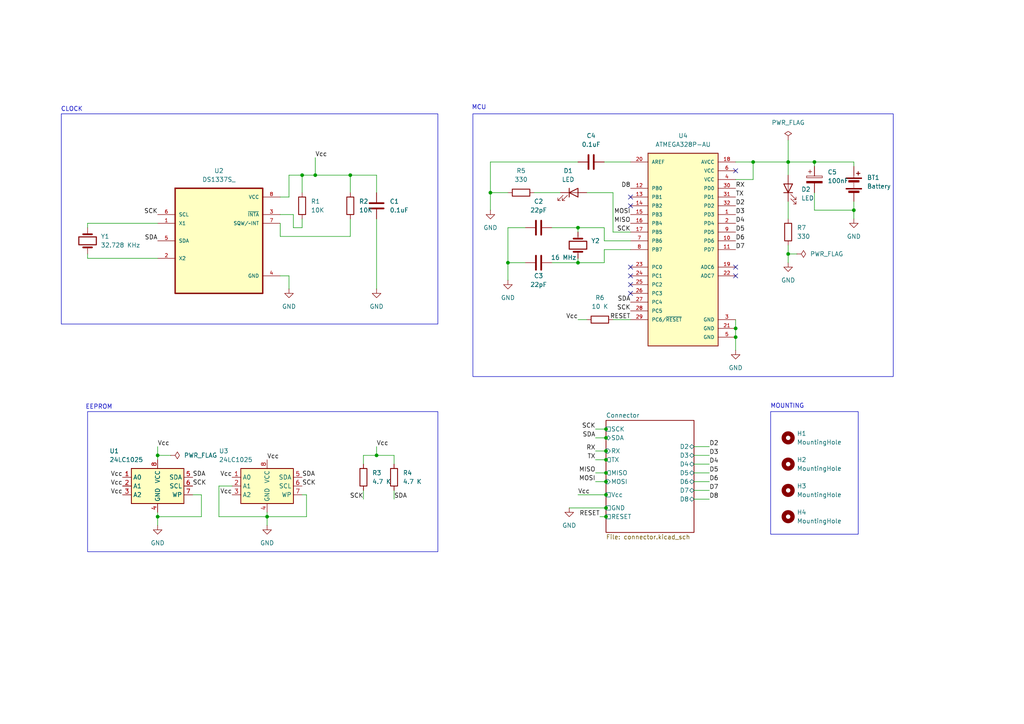
<source format=kicad_sch>
(kicad_sch (version 20250114) (generator "eeschema") (generator_version "9.0")
  (paper "A4")
  (title_block (title "${project_name}") (date "2025-04-24") (rev "0.0.3a") (company "Gobal Krishnan V"))
  (lib_symbols
    (symbol "ATMEGA328P-AU:ATMEGA328P-AU" (pin_names (offset 1.016))
      (property "Reference" "U4" (at 0 33.02 0))
      (property "Value" "ATMEGA328P-AU" (at 0 30.48 0))
      (symbol "ATMEGA328P-AU_0_0"
        (rectangle (start -10.16 -27.94) (end 10.16 27.94) (stroke (width 0.254)) (fill (type background)))
        (pin input line (at -15.24 25.4 0) (length 5.08) (name "AREF") (number "20"))
        (pin bidirectional line (at -15.24 17.78 0) (length 5.08) (name "PB0") (number "12"))
        (pin bidirectional line (at -15.24 15.24 0) (length 5.08) (name "PB1") (number "13"))
        (pin bidirectional line (at -15.24 12.7 0) (length 5.08) (name "PB2") (number "14"))
        (pin bidirectional line (at -15.24 10.16 0) (length 5.08) (name "PB3") (number "15"))
        (pin bidirectional line (at -15.24 7.62 0) (length 5.08) (name "PB4") (number "16"))
        (pin bidirectional line (at -15.24 5.08 0) (length 5.08) (name "PB5") (number "17"))
        (pin bidirectional line (at -15.24 2.54 0) (length 5.08) (name "PB6") (number "7"))
        (pin bidirectional line (at -15.24 0 0) (length 5.08) (name "PB7") (number "8"))
        (pin bidirectional line (at -15.24 -5.08 0) (length 5.08) (name "PC0") (number "23"))
        (pin bidirectional line (at -15.24 -7.62 0) (length 5.08) (name "PC1") (number "24"))
        (pin bidirectional line (at -15.24 -10.16 0) (length 5.08) (name "PC2") (number "25"))
        (pin bidirectional line (at -15.24 -12.7 0) (length 5.08) (name "PC3") (number "26"))
        (pin bidirectional line (at -15.24 -15.24 0) (length 5.08) (name "PC4") (number "27"))
        (pin bidirectional line (at -15.24 -17.78 0) (length 5.08) (name "PC5") (number "28"))
        (pin bidirectional line (at -15.24 -20.32 0) (length 5.08) (name "PC6/~{RESET}") (number "29"))
        (pin power_in line (at 15.24 25.4 180) (length 5.08) (name "AVCC") (number "18"))
        (pin power_in line (at 15.24 22.86 180) (length 5.08) (name "VCC") (number "6"))
        (pin power_in line (at 15.24 20.32 180) (length 5.08) (name "VCC") (number "4"))
        (pin bidirectional line (at 15.24 17.78 180) (length 5.08) (name "PD0") (number "30"))
        (pin bidirectional line (at 15.24 15.24 180) (length 5.08) (name "PD1") (number "31"))
        (pin bidirectional line (at 15.24 12.7 180) (length 5.08) (name "PD2") (number "32"))
        (pin bidirectional line (at 15.24 10.16 180) (length 5.08) (name "PD3") (number "1"))
        (pin bidirectional line (at 15.24 7.62 180) (length 5.08) (name "PD4") (number "2"))
        (pin bidirectional line (at 15.24 5.08 180) (length 5.08) (name "PD5") (number "9"))
        (pin bidirectional line (at 15.24 2.54 180) (length 5.08) (name "PD6") (number "10"))
        (pin bidirectional line (at 15.24 0 180) (length 5.08) (name "PD7") (number "11"))
        (pin bidirectional line (at 15.24 -5.08 180) (length 5.08) (name "ADC6") (number "19"))
        (pin bidirectional line (at 15.24 -7.62 180) (length 5.08) (name "ADC7") (number "22"))
        (pin power_in line (at 15.24 -20.32 180) (length 5.08) (name "GND") (number "3"))
        (pin power_in line (at 15.24 -22.86 180) (length 5.08) (name "GND") (number "21"))
        (pin power_in line (at 15.24 -25.4 180) (length 5.08) (name "GND") (number "5"))
      )
    )
    (symbol "DS1337S_:DS1337S_" (pin_names (offset 1.016))
      (property "Reference" "U" (at -12.7 16.24 0))
      (property "Value" "DS1337S_" (at -12.7 -19.24 0))
      (symbol "DS1337S__0_0"
        (rectangle (start -12.7 -15.24) (end 12.7 15.24) (stroke (width 0.41)) (fill (type background)))
        (pin input line (at -17.78 7.62 0) (length 5.08) (name "SCL") (number "6"))
        (pin input line (at -17.78 5.08 0) (length 5.08) (name "X1") (number "1"))
        (pin bidirectional line (at -17.78 0 0) (length 5.08) (name "SDA") (number "5"))
        (pin bidirectional line (at -17.78 -5.08 0) (length 5.08) (name "X2") (number "2"))
        (pin power_in line (at 17.78 12.7 180) (length 5.08) (name "VCC") (number "8"))
        (pin output line (at 17.78 7.62 180) (length 5.08) (name "~{INTA}") (number "3"))
        (pin output line (at 17.78 5.08 180) (length 5.08) (name "SQW/~INT") (number "7"))
        (pin power_in line (at 17.78 -10.16 180) (length 5.08) (name "GND") (number "4"))
      )
    )
    (symbol "Device:Battery" (pin_numbers (hide yes)) (pin_names (offset 0) (hide yes))
      (property "Reference" "BT" (at 2.54 2.54 0))
      (property "Value" "Battery" (at 2.54 0 0))
      (symbol "Battery_0_1"
        (rectangle (start -2.286 1.778) (end 2.286 1.524) (fill (type outline)))
        (rectangle (start -2.286 -1.27) (end 2.286 -1.524) (fill (type outline)))
        (rectangle (start -1.524 1.016) (end 1.524 0.508) (fill (type outline)))
        (rectangle (start -1.524 -2.032) (end 1.524 -2.54) (fill (type outline)))
        (polyline (pts (xy 0 1.778) (xy 0 2.54)))
        (polyline (pts (xy 0 0) (xy 0 0.254)))
        (polyline (pts (xy 0 -0.508) (xy 0 -0.254)))
        (polyline (pts (xy 0 -1.016) (xy 0 -0.762)))
        (polyline (pts (xy 0.762 3.048) (xy 1.778 3.048)) (stroke (width 0.254)))
        (polyline (pts (xy 1.27 3.556) (xy 1.27 2.54)) (stroke (width 0.254)))
      )
      (symbol "Battery_1_1"
        (pin passive line (at 0 5.08 270) (length 2.54) (name "+") (number "1"))
        (pin passive line (at 0 -5.08 90) (length 2.54) (name "-") (number "2"))
      )
    )
    (symbol "Device:C" (pin_numbers (hide yes)) (pin_names (offset 0.254))
      (property "Reference" "C" (at 0.635 2.54 0))
      (property "Value" "C" (at 0.635 -2.54 0))
      (symbol "C_0_1"
        (polyline (pts (xy -2.032 0.762) (xy 2.032 0.762)) (stroke (width 0.508)))
        (polyline (pts (xy -2.032 -0.762) (xy 2.032 -0.762)) (stroke (width 0.508)))
      )
      (symbol "C_1_1"
        (pin passive line (at 0 3.81 270) (length 2.794) (name "~") (number "1"))
        (pin passive line (at 0 -3.81 90) (length 2.794) (name "~") (number "2"))
      )
    )
    (symbol "Device:C_Polarized" (pin_numbers (hide yes)) (pin_names (offset 0.254))
      (property "Reference" "C" (at 0.635 2.54 0))
      (property "Value" "C_Polarized" (at 0.635 -2.54 0))
      (symbol "C_Polarized_0_1"
        (rectangle (start -2.286 0.508) (end 2.286 1.016))
        (polyline (pts (xy -1.778 2.286) (xy -0.762 2.286)))
        (polyline (pts (xy -1.27 2.794) (xy -1.27 1.778)))
        (rectangle (start 2.286 -0.508) (end -2.286 -1.016) (fill (type outline)))
      )
      (symbol "C_Polarized_1_1"
        (pin passive line (at 0 3.81 270) (length 2.794) (name "~") (number "1"))
        (pin passive line (at 0 -3.81 90) (length 2.794) (name "~") (number "2"))
      )
    )
    (symbol "Device:Crystal" (pin_numbers (hide yes)) (pin_names (offset 1.016) (hide yes))
      (property "Reference" "Y" (at 0 3.81 0))
      (property "Value" "Crystal" (at 0 -3.81 0))
      (symbol "Crystal_0_1"
        (polyline (pts (xy -2.54 0) (xy -1.905 0)))
        (polyline (pts (xy -1.905 -1.27) (xy -1.905 1.27)) (stroke (width 0.508)))
        (rectangle (start -1.143 2.54) (end 1.143 -2.54) (stroke (width 0.3048)))
        (polyline (pts (xy 1.905 -1.27) (xy 1.905 1.27)) (stroke (width 0.508)))
        (polyline (pts (xy 2.54 0) (xy 1.905 0)))
      )
      (symbol "Crystal_1_1"
        (pin passive line (at -3.81 0 0) (length 1.27) (name "1") (number "1"))
        (pin passive line (at 3.81 0 180) (length 1.27) (name "2") (number "2"))
      )
    )
    (symbol "Device:LED" (pin_numbers (hide yes)) (pin_names (offset 1.016) (hide yes))
      (property "Reference" "D" (at 0 2.54 0))
      (property "Value" "LED" (at 0 -2.54 0))
      (symbol "LED_0_1"
        (polyline (pts (xy -3.048 -0.762) (xy -4.572 -2.286) (xy -3.81 -2.286) (xy -4.572 -2.286) (xy -4.572 -1.524)))
        (polyline (pts (xy -1.778 -0.762) (xy -3.302 -2.286) (xy -2.54 -2.286) (xy -3.302 -2.286) (xy -3.302 -1.524)))
        (polyline (pts (xy -1.27 0) (xy 1.27 0)))
        (polyline (pts (xy -1.27 -1.27) (xy -1.27 1.27)) (stroke (width 0.254)))
        (polyline (pts (xy 1.27 -1.27) (xy 1.27 1.27) (xy -1.27 0) (xy 1.27 -1.27)) (stroke (width 0.254)))
      )
      (symbol "LED_1_1"
        (pin passive line (at -3.81 0 0) (length 2.54) (name "K") (number "1"))
        (pin passive line (at 3.81 0 180) (length 2.54) (name "A") (number "2"))
      )
    )
    (symbol "Device:R" (pin_numbers (hide yes)) (pin_names (offset 0))
      (property "Reference" "R" (at 2.032 0 90))
      (property "Value" "R" (at 0 0 90))
      (symbol "R_0_1"
        (rectangle (start -1.016 -2.54) (end 1.016 2.54) (stroke (width 0.254)))
      )
      (symbol "R_1_1"
        (pin passive line (at 0 3.81 270) (length 1.27) (name "~") (number "1"))
        (pin passive line (at 0 -3.81 90) (length 1.27) (name "~") (number "2"))
      )
    )
    (symbol "Mechanical:MountingHole" (pin_names (offset 1.016)) (in_bom no)
      (property "Reference" "H" (at 0 5.08 0))
      (property "Value" "MountingHole" (at 0 3.175 0))
      (symbol "MountingHole_0_1"
        (circle (center 0 0) (radius 1.27) (stroke (width 1.27)))
      )
    )
    (symbol "Memory_EEPROM:24LC1025"
      (property "Reference" "U" (at -6.35 6.35 0))
      (property "Value" "24LC1025" (at 1.27 6.35 0))
      (symbol "24LC1025_1_1"
        (rectangle (start -7.62 5.08) (end 7.62 -5.08) (stroke (width 0.254)) (fill (type background)))
        (pin input line (at -10.16 2.54 0) (length 2.54) (name "A0") (number "1"))
        (pin input line (at -10.16 0 0) (length 2.54) (name "A1") (number "2"))
        (pin input line (at -10.16 -2.54 0) (length 2.54) (name "A2") (number "3"))
        (pin power_in line (at 0 7.62 270) (length 2.54) (name "VCC") (number "8"))
        (pin power_in line (at 0 -7.62 90) (length 2.54) (name "GND") (number "4"))
        (pin bidirectional line (at 10.16 2.54 180) (length 2.54) (name "SDA") (number "5"))
        (pin input line (at 10.16 0 180) (length 2.54) (name "SCL") (number "6"))
        (pin input line (at 10.16 -2.54 180) (length 2.54) (name "WP") (number "7"))
      )
    )
    (symbol "power:GND" (power) (pin_numbers (hide yes)) (pin_names (offset 0) (hide yes))
      (property "Value" "GND" (at 0 -3.81 0))
      (symbol "GND_0_1"
        (polyline (pts (xy 0 0) (xy 0 -1.27) (xy 1.27 -1.27) (xy 0 -2.54) (xy -1.27 -1.27) (xy 0 -1.27)))
      )
      (symbol "GND_1_1"
        (pin power_in line (at 0 0 270) (length 0) (name "~") (number "1"))
      )
    )
    (symbol "power:PWR_FLAG" (power) (pin_numbers (hide yes)) (pin_names (offset 0) (hide yes))
      (property "Value" "PWR_FLAG" (at 0 3.81 0))
      (symbol "PWR_FLAG_0_0"
        (pin power_out line (at 0 0 90) (length 0) (name "~") (number "1"))
      )
      (symbol "PWR_FLAG_0_1"
        (polyline (pts (xy 0 0) (xy 0 1.27) (xy -1.016 1.905) (xy 0 2.54) (xy 1.016 1.905) (xy 0 1.27)))
      )
    )
  )
  (rectangle (start 223.52 119.38) (end 248.92 154.94))
  (rectangle (start 25.4 119.38) (end 127 160.02))
  (rectangle (start 17.78 33.02) (end 127 93.98))
  (rectangle (start 137.16 33.02) (end 259.08 109.22))
  (text "EEPROM" (at 28.702 118.11 0) (effects (font (size 1.27 1.27))))
  (text "MOUNTING" (at 228.346 117.856 0) (effects (font (size 1.27 1.27))))
  (text "CLOCK" (at 20.828 31.75 0) (effects (font (size 1.27 1.27))))
  (text "MCU" (at 138.938 31.242 0) (effects (font (size 1.27 1.27))))
  (junction (at 236.22 46.99))
  (junction (at 175.768 137.16))
  (junction (at 167.64 66.04))
  (junction (at 101.6 50.8))
  (junction (at 147.32 76.2))
  (junction (at 91.44 50.8))
  (junction (at 175.768 124.46))
  (junction (at 218.44 46.99))
  (junction (at 45.72 149.86))
  (junction (at 175.768 127))
  (junction (at 247.65 60.96))
  (junction (at 175.768 143.51))
  (junction (at 213.36 97.79))
  (junction (at 175.768 133.35))
  (junction (at 175.768 147.32))
  (junction (at 142.24 55.88))
  (junction (at 167.64 76.2))
  (junction (at 175.768 149.86))
  (junction (at 213.36 95.25))
  (junction (at 175.768 139.7))
  (junction (at 228.6 46.99))
  (junction (at 87.63 50.8))
  (junction (at 175.768 130.81))
  (junction (at 109.22 132.08))
  (junction (at 228.6 73.66))
  (junction (at 45.72 132.08))
  (junction (at 77.47 149.86))
  (no_connect (at 182.88 59.69))
  (no_connect (at 182.88 80.01))
  (no_connect (at 213.36 77.47))
  (no_connect (at 182.88 77.47))
  (no_connect (at 182.88 85.09))
  (no_connect (at 213.36 49.53))
  (no_connect (at 213.36 80.01))
  (no_connect (at 182.88 57.15))
  (no_connect (at 182.88 82.55))
  (wire (pts (xy 58.42 149.86) (xy 45.72 149.86)))
  (wire (pts (xy 162.56 55.88) (xy 154.94 55.88)))
  (wire (pts (xy 175.768 127) (xy 172.72 127)))
  (wire (pts (xy 228.6 50.8) (xy 228.6 46.99)))
  (wire (pts (xy 87.63 143.51) (xy 88.9 143.51)))
  (wire (pts (xy 160.02 66.04) (xy 167.64 66.04)))
  (wire (pts (xy 105.41 134.62) (xy 105.41 132.08)))
  (wire (pts (xy 236.22 48.26) (xy 236.22 46.99)))
  (wire (pts (xy 236.22 55.88) (xy 236.22 60.96)))
  (wire (pts (xy 228.6 46.99) (xy 236.22 46.99)))
  (wire (pts (xy 236.22 46.99) (xy 247.65 46.99)))
  (wire (pts (xy 236.22 60.96) (xy 247.65 60.96)))
  (wire (pts (xy 105.41 142.24) (xy 105.41 144.78)))
  (wire (pts (xy 175.768 137.16) (xy 172.72 137.16)))
  (wire (pts (xy 218.44 52.07) (xy 218.44 46.99)))
  (wire (pts (xy 49.53 132.08) (xy 45.72 132.08)))
  (wire (pts (xy 77.47 149.86) (xy 77.47 152.4)))
  (wire (pts (xy 167.64 66.04) (xy 175.26 66.04)))
  (wire (pts (xy 45.72 149.86) (xy 45.72 152.4)))
  (wire (pts (xy 247.65 58.42) (xy 247.65 60.96)))
  (wire (pts (xy 91.44 50.8) (xy 101.6 50.8)))
  (wire (pts (xy 45.72 132.08) (xy 45.72 129.54)))
  (wire (pts (xy 109.22 129.54) (xy 109.22 132.08)))
  (wire (pts (xy 177.8 92.71) (xy 182.88 92.71)))
  (wire (pts (xy 182.88 67.31) (xy 177.8 67.31)))
  (wire (pts (xy 213.36 97.79) (xy 213.36 95.25)))
  (wire (pts (xy 167.64 67.31) (xy 167.64 66.04)))
  (wire (pts (xy 147.32 81.28) (xy 147.32 76.2)))
  (wire (pts (xy 247.65 60.96) (xy 247.65 63.5)))
  (wire (pts (xy 213.36 101.6) (xy 213.36 97.79)))
  (wire (pts (xy 101.6 68.58) (xy 101.6 63.5)))
  (wire (pts (xy 109.22 50.8) (xy 109.22 55.88)))
  (wire (pts (xy 114.3 142.24) (xy 114.3 144.78)))
  (wire (pts (xy 175.768 130.81) (xy 172.72 130.81)))
  (wire (pts (xy 167.64 92.71) (xy 170.18 92.71)))
  (wire (pts (xy 175.895 139.7) (xy 175.768 139.7)))
  (wire (pts (xy 175.895 149.86) (xy 175.768 149.86)))
  (wire (pts (xy 175.895 143.51) (xy 175.768 143.51)))
  (wire (pts (xy 228.6 76.2) (xy 228.6 73.66)))
  (wire (pts (xy 201.295 142.24) (xy 205.74 142.24)))
  (wire (pts (xy 167.64 46.99) (xy 142.24 46.99)))
  (wire (pts (xy 81.28 80.01) (xy 83.82 80.01)))
  (wire (pts (xy 175.768 147.32) (xy 165.1 147.32)))
  (wire (pts (xy 81.28 57.15) (xy 83.82 57.15)))
  (wire (pts (xy 83.82 57.15) (xy 83.82 50.8)))
  (wire (pts (xy 167.64 76.2) (xy 175.26 76.2)))
  (wire (pts (xy 228.6 40.64) (xy 228.6 46.99)))
  (wire (pts (xy 175.768 139.7) (xy 172.72 139.7)))
  (wire (pts (xy 201.295 134.62) (xy 205.74 134.62)))
  (wire (pts (xy 247.65 46.99) (xy 247.65 48.26)))
  (wire (pts (xy 175.895 137.16) (xy 175.768 137.16)))
  (wire (pts (xy 213.36 46.99) (xy 218.44 46.99)))
  (wire (pts (xy 25.4 64.77) (xy 25.4 66.04)))
  (wire (pts (xy 83.82 80.01) (xy 83.82 83.82)))
  (wire (pts (xy 63.5 140.97) (xy 63.5 149.86)))
  (wire (pts (xy 45.72 74.93) (xy 25.4 74.93)))
  (wire (pts (xy 175.768 149.86) (xy 173.99 149.86)))
  (wire (pts (xy 45.72 148.59) (xy 45.72 149.86)))
  (wire (pts (xy 87.63 55.88) (xy 87.63 50.8)))
  (wire (pts (xy 201.295 139.7) (xy 205.74 139.7)))
  (wire (pts (xy 55.88 143.51) (xy 58.42 143.51)))
  (wire (pts (xy 85.09 66.04) (xy 87.63 66.04)))
  (wire (pts (xy 213.36 52.07) (xy 218.44 52.07)))
  (wire (pts (xy 175.768 124.46) (xy 172.72 124.46)))
  (wire (pts (xy 81.28 68.58) (xy 101.6 68.58)))
  (wire (pts (xy 201.295 132.08) (xy 205.74 132.08)))
  (wire (pts (xy 228.6 73.66) (xy 228.6 71.12)))
  (wire (pts (xy 175.768 143.51) (xy 167.64 143.51)))
  (wire (pts (xy 142.24 55.88) (xy 142.24 60.96)))
  (wire (pts (xy 177.8 55.88) (xy 170.18 55.88)))
  (wire (pts (xy 101.6 50.8) (xy 109.22 50.8)))
  (wire (pts (xy 25.4 74.93) (xy 25.4 73.66)))
  (wire (pts (xy 175.26 69.85) (xy 182.88 69.85)))
  (wire (pts (xy 67.31 140.97) (xy 63.5 140.97)))
  (wire (pts (xy 81.28 64.77) (xy 81.28 68.58)))
  (wire (pts (xy 109.22 132.08) (xy 114.3 132.08)))
  (wire (pts (xy 109.22 63.5) (xy 109.22 83.82)))
  (wire (pts (xy 175.26 66.04) (xy 175.26 69.85)))
  (wire (pts (xy 45.72 133.35) (xy 45.72 132.08)))
  (wire (pts (xy 175.895 147.32) (xy 175.768 147.32)))
  (wire (pts (xy 167.64 74.93) (xy 167.64 76.2)))
  (wire (pts (xy 114.3 132.08) (xy 114.3 134.62)))
  (wire (pts (xy 77.47 148.59) (xy 77.47 149.86)))
  (wire (pts (xy 201.295 144.78) (xy 205.74 144.78)))
  (wire (pts (xy 201.295 137.16) (xy 205.74 137.16)))
  (wire (pts (xy 218.44 46.99) (xy 228.6 46.99)))
  (wire (pts (xy 175.895 127) (xy 175.768 127)))
  (wire (pts (xy 177.8 67.31) (xy 177.8 55.88)))
  (wire (pts (xy 105.41 132.08) (xy 109.22 132.08)))
  (wire (pts (xy 175.768 133.35) (xy 172.72 133.35)))
  (wire (pts (xy 152.4 76.2) (xy 147.32 76.2)))
  (wire (pts (xy 58.42 143.51) (xy 58.42 149.86)))
  (wire (pts (xy 147.32 76.2) (xy 147.32 66.04)))
  (wire (pts (xy 213.36 92.71) (xy 213.36 95.25)))
  (wire (pts (xy 101.6 55.88) (xy 101.6 50.8)))
  (wire (pts (xy 91.44 45.72) (xy 91.44 50.8)))
  (wire (pts (xy 45.72 64.77) (xy 25.4 64.77)))
  (wire (pts (xy 88.9 143.51) (xy 88.9 149.86)))
  (wire (pts (xy 142.24 46.99) (xy 142.24 55.88)))
  (wire (pts (xy 175.895 130.81) (xy 175.768 130.81)))
  (wire (pts (xy 83.82 50.8) (xy 87.63 50.8)))
  (wire (pts (xy 175.895 133.35) (xy 175.768 133.35)))
  (wire (pts (xy 81.28 62.23) (xy 85.09 62.23)))
  (wire (pts (xy 88.9 149.86) (xy 77.47 149.86)))
  (wire (pts (xy 63.5 149.86) (xy 77.47 149.86)))
  (wire (pts (xy 231.14 73.66) (xy 228.6 73.66)))
  (wire (pts (xy 175.895 124.46) (xy 175.768 124.46)))
  (wire (pts (xy 147.32 66.04) (xy 152.4 66.04)))
  (wire (pts (xy 87.63 50.8) (xy 91.44 50.8)))
  (wire (pts (xy 175.26 72.39) (xy 182.88 72.39)))
  (wire (pts (xy 175.26 76.2) (xy 175.26 72.39)))
  (wire (pts (xy 182.88 46.99) (xy 175.26 46.99)))
  (wire (pts (xy 87.63 66.04) (xy 87.63 63.5)))
  (wire (pts (xy 228.6 63.5) (xy 228.6 58.42)))
  (wire (pts (xy 160.02 76.2) (xy 167.64 76.2)))
  (wire (pts (xy 85.09 62.23) (xy 85.09 66.04)))
  (wire (pts (xy 201.295 129.54) (xy 205.74 129.54)))
  (wire (pts (xy 147.32 55.88) (xy 142.24 55.88)))
  (label "D7" (at 213.36 72.39 0))
  (label "SCK" (at 87.63 140.97 0))
  (label "D2" (at 205.74 129.54 0))
  (label "Vcc" (at 109.22 129.54 0))
  (label "Vcc" (at 35.56 140.97 180))
  (label "D6" (at 205.74 139.7 0))
  (label "D6" (at 213.36 69.85 0))
  (label "RX" (at 213.36 54.61 0))
  (label "Vcc" (at 45.72 129.54 0))
  (label "D3" (at 205.74 132.08 0))
  (label "Vcc" (at 67.31 138.43 180))
  (label "D7" (at 205.74 142.24 0))
  (label "SCK" (at 45.72 62.23 180))
  (label "SDA" (at 45.72 69.85 180))
  (label "SCK" (at 182.88 67.31 180))
  (label "Vcc" (at 67.31 143.51 180))
  (label "D2" (at 213.36 59.69 0))
  (label "Vcc" (at 35.56 143.51 180))
  (label "D5" (at 205.74 137.16 0))
  (label "Vcc" (at 77.47 133.35 0))
  (label "MOSI" (at 182.88 62.23 180))
  (label "RX" (at 172.72 130.81 180))
  (label "TX" (at 172.72 133.35 180))
  (label "D8" (at 182.88 54.61 180))
  (label "SDA" (at 87.63 138.43 0))
  (label "D4" (at 213.36 64.77 0))
  (label "SCK" (at 182.88 90.17 180))
  (label "MISO" (at 172.72 137.16 180))
  (label "D5" (at 213.36 67.31 0))
  (label "Vcc" (at 167.64 92.71 180))
  (label "SDA" (at 114.3 144.78 0))
  (label "Vcc" (at 35.56 138.43 180))
  (label "D4" (at 205.74 134.62 0))
  (label "SDA" (at 172.72 127 180))
  (label "SCK" (at 55.88 140.97 0))
  (label "SCK" (at 105.41 144.78 180))
  (label "D3" (at 213.36 62.23 0))
  (label "D8" (at 205.74 144.78 0))
  (label "Vcc" (at 91.44 45.72 0))
  (label "SDA" (at 182.88 87.63 180))
  (label "SDA" (at 55.88 138.43 0))
  (label "MOSI" (at 172.72 139.7 180))
  (label "TX" (at 213.36 57.15 0))
  (label "Vcc" (at 167.64 143.51 0))
  (label "SCK" (at 172.72 124.46 180))
  (label "RESET" (at 182.88 92.71 180))
  (label "MISO" (at 182.88 64.77 180))
  (label "RESET" (at 173.99 149.86 180))
  (symbol (lib_id "Device:LED") (at 228.6 54.61 90) (unit 1)
    (property "Reference" "D2" (at 232.41 54.9274 90) (effects (justify right)))
    (property "Value" "LED" (at 232.41 57.4674 90) (effects (justify right)))
    (property "Footprint" "LED_SMD:LED_0805_2012Metric" (effects (hide yes)))
    (property "Description" "Light emitting diode" (effects (hide yes)))
    (property "Sim.Pins" "1=K 2=A" (effects (hide yes)))
  )
  (symbol (lib_id "Device:R") (at 151.13 55.88 90) (unit 1)
    (property "Reference" "R5" (at 151.13 49.53 90))
    (property "Value" "330" (at 151.13 52.07 90))
    (property "Footprint" "Resistor_SMD:R_0805_2012Metric" (effects (hide yes)))
    (property "Description" "Resistor" (effects (hide yes)))
  )
  (symbol (lib_id "Device:Battery") (at 247.65 53.34 0) (unit 1)
    (property "Reference" "BT1" (at 251.46 51.4984 0) (effects (justify left)))
    (property "Value" "Battery" (at 251.46 54.0384 0) (effects (justify left)))
    (property "Footprint" "Connector_PinHeader_2.54mm:PinHeader_1x02_P2.54mm_Vertical" (effects (hide yes)))
    (property "Description" "Multiple-cell battery" (effects (hide yes)))
  )
  (symbol (lib_id "power:PWR_FLAG") (at 49.53 132.08 270) (unit 1)
    (property "Reference" "#FLG03" (effects (hide yes)))
    (property "Value" "PWR_FLAG" (at 53.34 132.0799 90) (effects (justify left)))
    (property "Description" "Special symbol for telling ERC where power comes from" (effects (hide yes)))
  )
  (symbol (lib_id "Device:C") (at 109.22 59.69 0) (unit 1)
    (property "Reference" "C1" (at 113.03 58.4199 0) (effects (justify left)))
    (property "Value" "0.1uF" (at 113.03 60.9599 0) (effects (justify left)))
    (property "Footprint" "Capacitor_SMD:C_0805_2012Metric" (effects (hide yes)))
    (property "Description" "Unpolarized capacitor" (effects (hide yes)))
  )
  (symbol (lib_id "power:GND") (at 142.24 60.96 0) (unit 1)
    (property "Reference" "#PWR09" (effects (hide yes)))
    (property "Value" "GND" (at 142.24 66.04 0))
    (property "Description" "Power symbol creates a global label with name \"GND\" , ground" (effects (hide yes)))
  )
  (symbol (lib_id "power:PWR_FLAG") (at 231.14 73.66 270) (unit 1)
    (property "Reference" "#FLG02" (effects (hide yes)))
    (property "Value" "PWR_FLAG" (at 234.95 73.6599 90) (effects (justify left)))
    (property "Description" "Special symbol for telling ERC where power comes from" (effects (hide yes)))
  )
  (symbol (lib_id "Device:R") (at 114.3 138.43 0) (unit 1)
    (property "Reference" "R4" (at 116.84 137.1599 0) (effects (justify left)))
    (property "Value" "4.7 K" (at 116.84 139.6999 0) (effects (justify left)))
    (property "Footprint" "Resistor_SMD:R_0805_2012Metric" (effects (hide yes)))
    (property "Description" "Resistor" (effects (hide yes)))
  )
  (symbol (lib_id "Device:R") (at 87.63 59.69 0) (unit 1)
    (property "Reference" "R1" (at 90.17 58.4199 0) (effects (justify left)))
    (property "Value" "10K" (at 90.17 60.9599 0) (effects (justify left)))
    (property "Footprint" "Resistor_SMD:R_0805_2012Metric" (effects (hide yes)))
    (property "Description" "Resistor" (effects (hide yes)))
  )
  (symbol (lib_id "Device:R") (at 228.6 67.31 0) (unit 1)
    (property "Reference" "R7" (at 231.14 66.0399 0) (effects (justify left)))
    (property "Value" "330" (at 231.14 68.5799 0) (effects (justify left)))
    (property "Footprint" "Resistor_SMD:R_0805_2012Metric" (effects (hide yes)))
    (property "Description" "Resistor" (effects (hide yes)))
  )
  (symbol (lib_id "power:GND") (at 228.6 76.2 0) (unit 1)
    (property "Reference" "#PWR06" (effects (hide yes)))
    (property "Value" "GND" (at 228.6 81.28 0))
    (property "Description" "Power symbol creates a global label with name \"GND\" , ground" (effects (hide yes)))
  )
  (symbol (lib_id "Device:R") (at 173.99 92.71 90) (unit 1)
    (property "Reference" "R6" (at 173.99 86.36 90))
    (property "Value" "10 K" (at 173.99 88.9 90))
    (property "Footprint" "Resistor_SMD:R_0805_2012Metric" (effects (hide yes)))
    (property "Description" "Resistor" (effects (hide yes)))
  )
  (symbol (lib_id "Device:LED") (at 166.37 55.88 0) (unit 1)
    (property "Reference" "D1" (at 164.7825 49.53 0))
    (property "Value" "LED" (at 164.7825 52.07 0))
    (property "Footprint" "DS1337S_:SOIC127P600X175-8N" (effects (hide yes)))
    (property "Description" "Light emitting diode" (effects (hide yes)))
    (property "Sim.Pins" "1=K 2=A" (effects (hide yes)))
  )
  (symbol (lib_id "Device:C") (at 156.21 76.2 90) (unit 1)
    (property "Reference" "C3" (at 156.21 80.01 90))
    (property "Value" "22pF" (at 156.21 82.55 90))
    (property "Footprint" "Capacitor_SMD:C_0805_2012Metric" (effects (hide yes)))
    (property "Description" "Unpolarized capacitor" (effects (hide yes)))
  )
  (symbol (lib_id "Device:C") (at 156.21 66.04 90) (unit 1)
    (property "Reference" "C2" (at 156.21 58.42 90))
    (property "Value" "22pF" (at 156.21 60.96 90))
    (property "Footprint" "Capacitor_SMD:C_0805_2012Metric" (effects (hide yes)))
    (property "Description" "Unpolarized capacitor" (effects (hide yes)))
  )
  (symbol (lib_id "power:GND") (at 247.65 63.5 0) (unit 1)
    (property "Reference" "#PWR07" (effects (hide yes)))
    (property "Value" "GND" (at 247.65 68.58 0))
    (property "Description" "Power symbol creates a global label with name \"GND\" , ground" (effects (hide yes)))
  )
  (symbol (lib_id "power:GND") (at 147.32 81.28 0) (unit 1)
    (property "Reference" "#PWR08" (effects (hide yes)))
    (property "Value" "GND" (at 147.32 86.36 0))
    (property "Description" "Power symbol creates a global label with name \"GND\" , ground" (effects (hide yes)))
  )
  (symbol (lib_id "power:GND") (at 109.22 83.82 0) (unit 1)
    (property "Reference" "#PWR01" (effects (hide yes)))
    (property "Value" "GND" (at 109.22 88.9 0))
    (property "Description" "Power symbol creates a global label with name \"GND\" , ground" (effects (hide yes)))
  )
  (symbol (lib_id "Mechanical:MountingHole") (at 228.6 127 0) (unit 1) (in_bom no)
    (property "Reference" "H1" (at 231.14 125.7299 0) (effects (justify left)))
    (property "Value" "MountingHole" (at 231.14 128.2699 0) (effects (justify left)))
    (property "Footprint" "MountingHole:MountingHole_2.1mm" (effects (hide yes)))
    (property "Description" "Mounting Hole without connection" (effects (hide yes)))
  )
  (symbol (lib_id "power:GND") (at 83.82 83.82 0) (unit 1)
    (property "Reference" "#PWR02" (effects (hide yes)))
    (property "Value" "GND" (at 83.82 88.9 0))
    (property "Description" "Power symbol creates a global label with name \"GND\" , ground" (effects (hide yes)))
  )
  (symbol (lib_id "Device:Crystal") (at 25.4 69.85 90) (unit 1)
    (property "Reference" "Y1" (at 29.21 68.5799 90) (effects (justify right)))
    (property "Value" "32.728 KHz" (at 29.21 71.1199 90) (effects (justify right)))
    (property "Footprint" "Crystal:Crystal_SMD_5032-2Pin_5.0x3.2mm_HandSoldering" (effects (hide yes)))
    (property "Description" "Two pin crystal" (effects (hide yes)))
  )
  (symbol (lib_id "Device:R") (at 105.41 138.43 0) (unit 1)
    (property "Reference" "R3" (at 107.95 137.1599 0) (effects (justify left)))
    (property "Value" "4.7 K" (at 107.95 139.6999 0) (effects (justify left)))
    (property "Footprint" "Resistor_SMD:R_0805_2012Metric" (effects (hide yes)))
    (property "Description" "Resistor" (effects (hide yes)))
  )
  (symbol (lib_id "power:PWR_FLAG") (at 228.6 40.64 0) (unit 1)
    (property "Reference" "#FLG01" (effects (hide yes)))
    (property "Value" "PWR_FLAG" (at 228.6 35.56 0))
    (property "Description" "Special symbol for telling ERC where power comes from" (effects (hide yes)))
  )
  (symbol (lib_id "DS1337S_:DS1337S_") (at 63.5 69.85 0) (unit 1)
    (property "Reference" "U2" (at 63.5 49.53 0))
    (property "Value" "DS1337S_" (at 63.5 52.07 0))
    (property "Footprint" "DS1337S_:SOIC127P600X175-8N" (effects (hide yes)))
    (property "MF" "Maxim Integrated Products" (effects (hide yes)))
    (property "Description_1" "Real Time Clock (RTC) IC Clock/Calendar I2C, 2-Wire Serial 8-SOIC (0.154, 3.90mm Width)" (effects (hide yes)))
    (property "Package" "SOIC-8 Maxim" (effects (hide yes)))
    (property "Price" "None" (effects (hide yes)))
    (property "SnapEDA_Link" "https://www.snapeda.com/parts/DS1337S+/Maxim+Integrated/view-part/?ref=snap" (effects (hide yes)))
    (property "MP" "DS1337S+" (effects (hide yes)))
    (property "Availability" "In Stock" (effects (hide yes)))
    (property "Check_prices" "https://www.snapeda.com/parts/DS1337S+/Maxim+Integrated/view-part/?ref=eda" (effects (hide yes)))
  )
  (symbol (lib_id "power:GND") (at 165.1 147.32 0) (unit 1)
    (property "Reference" "#PWR010" (effects (hide yes)))
    (property "Value" "GND" (at 165.1 152.4 0))
    (property "Description" "Power symbol creates a global label with name \"GND\" , ground" (effects (hide yes)))
  )
  (symbol (lib_id "power:GND") (at 45.72 152.4 0) (unit 1)
    (property "Reference" "#PWR03" (effects (hide yes)))
    (property "Value" "GND" (at 45.72 157.48 0))
    (property "Description" "Power symbol creates a global label with name \"GND\" , ground" (effects (hide yes)))
  )
  (symbol (lib_id "power:GND") (at 213.36 101.6 0) (unit 1)
    (property "Reference" "#PWR05" (effects (hide yes)))
    (property "Value" "GND" (at 213.36 106.68 0))
    (property "Description" "Power symbol creates a global label with name \"GND\" , ground" (effects (hide yes)))
  )
  (symbol (lib_id "ATMEGA328P-AU:ATMEGA328P-AU") (at 198.12 72.39 0) (unit 1)
    (property "Reference" "U4" (at 198.12 39.37 0))
    (property "Value" "ATMEGA328P-AU" (at 198.12 41.91 0))
    (property "Footprint" "ATMEGA328P-AU:QFP80P900X900X120-32N" (effects (hide yes)))
    (property "DigiKey_Part_Number" "ATMEGA328P-AU-ND" (effects (hide yes)))
    (property "SnapEDA_Link" "https://www.snapeda.com/parts/ATMEGA328P-AU/Microchip/view-part/?ref=snap" (effects (hide yes)))
    (property "MAXIMUM_PACKAGE_HEIGHT" "1.20mm" (effects (hide yes)))
    (property "Package" "TQFP-32 Microchip" (effects (hide yes)))
    (property "Check_prices" "https://www.snapeda.com/parts/ATMEGA328P-AU/Microchip/view-part/?ref=eda" (effects (hide yes)))
    (property "STANDARD" "IPC-7351B" (effects (hide yes)))
    (property "PARTREV" "8271A" (effects (hide yes)))
    (property "MF" "MICROCHIP TECH." (effects (hide yes)))
    (property "MP" "ATMEGA328P-AU" (effects (hide yes)))
    (property "Description_1" "MCU 8-bit - AVR ATmega Family ATmega328 Series Microcontrollers - 20 MHz - 32 KB - 2 KB - 32 Pins." (effects (hide yes)))
    (property "MANUFACTURER" "Microchip" (effects (hide yes)))
  )
  (symbol (lib_id "Mechanical:MountingHole") (at 228.6 149.86 0) (unit 1) (in_bom no)
    (property "Reference" "H4" (at 231.14 148.5899 0) (effects (justify left)))
    (property "Value" "MountingHole" (at 231.14 151.1299 0) (effects (justify left)))
    (property "Footprint" "MountingHole:MountingHole_2.1mm" (effects (hide yes)))
    (property "Description" "Mounting Hole without connection" (effects (hide yes)))
  )
  (symbol (lib_id "Device:C") (at 171.45 46.99 90) (unit 1)
    (property "Reference" "C4" (at 171.45 39.37 90))
    (property "Value" "0.1uF" (at 171.45 41.91 90))
    (property "Footprint" "Capacitor_SMD:C_0805_2012Metric" (effects (hide yes)))
    (property "Description" "Unpolarized capacitor" (effects (hide yes)))
  )
  (symbol (lib_id "Memory_EEPROM:24LC1025") (at 45.72 140.97 0) (unit 1)
    (property "Reference" "U1" (at 31.75 130.81 0) (effects (justify left)))
    (property "Value" "24LC1025" (at 31.75 133.35 0) (effects (justify left)))
    (property "Footprint" "Package_SO:SOIC-8_5.3x5.3mm_P1.27mm" (effects (hide yes)))
    (property "Datasheet" "http://ww1.microchip.com/downloads/en/DeviceDoc/21941B.pdf" (effects (hide yes)))
    (property "Description" "I2C Serial EEPROM, 1024Kb, DIP-8/SOIC-8/TSSOP-8/DFN-8" (effects (hide yes)))
  )
  (symbol (lib_id "Mechanical:MountingHole") (at 228.6 134.62 0) (unit 1) (in_bom no)
    (property "Reference" "H2" (at 231.14 133.3499 0) (effects (justify left)))
    (property "Value" "MountingHole" (at 231.14 135.8899 0) (effects (justify left)))
    (property "Footprint" "MountingHole:MountingHole_2.1mm" (effects (hide yes)))
    (property "Description" "Mounting Hole without connection" (effects (hide yes)))
  )
  (symbol (lib_id "power:GND") (at 77.47 152.4 0) (unit 1)
    (property "Reference" "#PWR04" (effects (hide yes)))
    (property "Value" "GND" (at 77.47 157.48 0))
    (property "Description" "Power symbol creates a global label with name \"GND\" , ground" (effects (hide yes)))
  )
  (symbol (lib_id "Device:R") (at 101.6 59.69 0) (unit 1)
    (property "Reference" "R2" (at 104.14 58.4199 0) (effects (justify left)))
    (property "Value" "10K" (at 104.14 60.9599 0) (effects (justify left)))
    (property "Footprint" "Resistor_SMD:R_0805_2012Metric" (effects (hide yes)))
    (property "Description" "Resistor" (effects (hide yes)))
  )
  (symbol (lib_id "Device:Crystal") (at 167.64 71.12 90) (unit 1)
    (property "Reference" "Y2" (at 171.45 69.8499 90) (effects (justify right)))
    (property "Value" "16 MHz" (at 159.766 74.676 90) (effects (justify right)))
    (property "Footprint" "Crystal:Crystal_SMD_5032-2Pin_5.0x3.2mm_HandSoldering" (effects (hide yes)))
    (property "Description" "Two pin crystal" (effects (hide yes)))
  )
  (symbol (lib_id "Mechanical:MountingHole") (at 228.6 142.24 0) (unit 1) (in_bom no)
    (property "Reference" "H3" (at 231.14 140.9699 0) (effects (justify left)))
    (property "Value" "MountingHole" (at 231.14 143.5099 0) (effects (justify left)))
    (property "Footprint" "MountingHole:MountingHole_2.1mm" (effects (hide yes)))
    (property "Description" "Mounting Hole without connection" (effects (hide yes)))
  )
  (symbol (lib_id "Device:C_Polarized") (at 236.22 52.07 0) (unit 1)
    (property "Reference" "C5" (at 240.03 49.9109 0) (effects (justify left)))
    (property "Value" "100nF" (at 240.03 52.4509 0) (effects (justify left)))
    (property "Footprint" "Capacitor_SMD:C_0805_2012Metric" (effects (hide yes)))
    (property "Description" "Polarized capacitor" (effects (hide yes)))
  )
  (symbol (lib_id "Memory_EEPROM:24LC1025") (at 77.47 140.97 0) (unit 1)
    (property "Reference" "U3" (at 63.5 130.81 0) (effects (justify left)))
    (property "Value" "24LC1025" (at 63.5 133.35 0) (effects (justify left)))
    (property "Footprint" "Package_SO:SOIC-8_5.3x5.3mm_P1.27mm" (effects (hide yes)))
    (property "Datasheet" "http://ww1.microchip.com/downloads/en/DeviceDoc/21941B.pdf" (effects (hide yes)))
    (property "Description" "I2C Serial EEPROM, 1024Kb, DIP-8/SOIC-8/TSSOP-8/DFN-8" (effects (hide yes)))
  )
  (sheet (at 175.768 121.92) (size 25.527 32.512) (stroke (width 0.1524))
    (property "Sheetname" "Connector" (at 175.768 121.2084 0) (effects (justify left bottom)))
    (property "Sheetfile" "connector.kicad_sch" (at 175.768 155.0166 0) (effects (justify left top)))
    (pin "D4" bidirectional (at 201.295 134.62 0))
    (pin "D3" bidirectional (at 201.295 132.08 0))
    (pin "D2" bidirectional (at 201.295 129.54 0))
    (pin "D5" bidirectional (at 201.295 137.16 0))
    (pin "D8" bidirectional (at 201.295 144.78 0))
    (pin "D7" bidirectional (at 201.295 142.24 0))
    (pin "D6" bidirectional (at 201.295 139.7 0))
    (pin "MISO" output (at 175.768 137.16 180))
    (pin "GND" passive (at 175.768 147.32 180))
    (pin "Vcc" passive (at 175.768 143.51 180))
    (pin "SCK" passive (at 175.768 124.46 180))
    (pin "TX" output (at 175.768 133.35 180))
    (pin "MOSI" input (at 175.768 139.7 180))
    (pin "SDA" bidirectional (at 175.768 127 180))
    (pin "RX" input (at 175.768 130.81 180))
    (pin "RESET" passive (at 175.768 149.86 180))
  )
)
</source>
